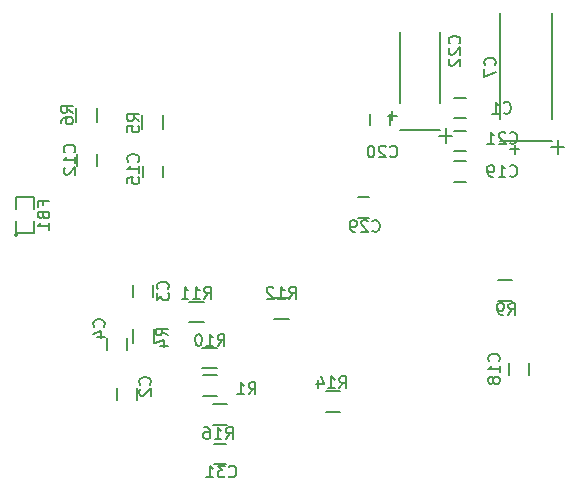
<source format=gbo>
%FSLAX46Y46*%
G04 Gerber Fmt 4.6, Leading zero omitted, Abs format (unit mm)*
G04 Created by KiCad (PCBNEW (2014-10-27 BZR 5228)-product) date 22/05/2015 08:20:29*
%MOMM*%
G01*
G04 APERTURE LIST*
%ADD10C,0.100000*%
%ADD11C,0.150000*%
G04 APERTURE END LIST*
D10*
D11*
X144550000Y-70950000D02*
X144550000Y-69950000D01*
X146250000Y-69950000D02*
X146250000Y-70950000D01*
X147650000Y-61200000D02*
X147650000Y-62200000D01*
X145950000Y-62200000D02*
X145950000Y-61200000D01*
X142850000Y-50100000D02*
X142850000Y-51100000D01*
X141150000Y-51100000D02*
X141150000Y-50100000D01*
X146750000Y-52100000D02*
X146750000Y-51100000D01*
X148450000Y-51100000D02*
X148450000Y-52100000D01*
X173100000Y-50750000D02*
X174100000Y-50750000D01*
X174100000Y-52450000D02*
X173100000Y-52450000D01*
X167700000Y-46700000D02*
X167700000Y-47700000D01*
X166000000Y-47700000D02*
X166000000Y-46700000D01*
X173100000Y-48150000D02*
X174100000Y-48150000D01*
X174100000Y-49850000D02*
X173100000Y-49850000D01*
X164950000Y-53800000D02*
X165950000Y-53800000D01*
X165950000Y-55500000D02*
X164950000Y-55500000D01*
X136165000Y-56951000D02*
G75*
G03X136165000Y-56951000I-127000J0D01*
G01*
X136038000Y-55808000D02*
X136038000Y-56824000D01*
X136038000Y-56824000D02*
X137562000Y-56824000D01*
X137562000Y-56824000D02*
X137562000Y-55808000D01*
X137562000Y-54792000D02*
X137562000Y-53776000D01*
X137562000Y-53776000D02*
X136038000Y-53776000D01*
X136038000Y-53776000D02*
X136038000Y-54792000D01*
X147675000Y-66100000D02*
X147675000Y-64900000D01*
X145925000Y-64900000D02*
X145925000Y-66100000D01*
X148475000Y-48000000D02*
X148475000Y-46800000D01*
X146725000Y-46800000D02*
X146725000Y-48000000D01*
X142875000Y-47400000D02*
X142875000Y-46200000D01*
X141125000Y-46200000D02*
X141125000Y-47400000D01*
X151800000Y-68275000D02*
X153000000Y-68275000D01*
X153000000Y-66525000D02*
X151800000Y-66525000D01*
X150700000Y-64375000D02*
X151900000Y-64375000D01*
X151900000Y-62625000D02*
X150700000Y-62625000D01*
X157900000Y-64075000D02*
X159100000Y-64075000D01*
X159100000Y-62325000D02*
X157900000Y-62325000D01*
X152800000Y-74700000D02*
X153800000Y-74700000D01*
X153800000Y-76400000D02*
X152800000Y-76400000D01*
X151850000Y-70575000D02*
X153050000Y-70575000D01*
X153050000Y-68825000D02*
X151850000Y-68825000D01*
X181399640Y-49053340D02*
X177000360Y-49053340D01*
X177000360Y-47150880D02*
X177000360Y-38149120D01*
X181399640Y-38149120D02*
X181399640Y-47150880D01*
X182402940Y-49508000D02*
X181303120Y-49508000D01*
X181902560Y-50107440D02*
X181902560Y-48908560D01*
X171899260Y-48050180D02*
X168500740Y-48050180D01*
X168500740Y-39800260D02*
X168500740Y-45799740D01*
X171899260Y-39800260D02*
X171899260Y-45799740D01*
X172902560Y-48553100D02*
X171802740Y-48553100D01*
X172402180Y-49152540D02*
X172402180Y-47953660D01*
X176850000Y-62575000D02*
X178050000Y-62575000D01*
X178050000Y-60825000D02*
X176850000Y-60825000D01*
X173100000Y-45400000D02*
X174100000Y-45400000D01*
X174100000Y-47100000D02*
X173100000Y-47100000D01*
X162250000Y-71975000D02*
X163450000Y-71975000D01*
X163450000Y-70225000D02*
X162250000Y-70225000D01*
X153900000Y-71325000D02*
X152700000Y-71325000D01*
X152700000Y-73075000D02*
X153900000Y-73075000D01*
X177800000Y-68800000D02*
X177800000Y-67800000D01*
X179500000Y-67800000D02*
X179500000Y-68800000D01*
X145450000Y-65700000D02*
X145450000Y-66700000D01*
X143750000Y-66700000D02*
X143750000Y-65700000D01*
X147357143Y-69633334D02*
X147404762Y-69585715D01*
X147452381Y-69442858D01*
X147452381Y-69347620D01*
X147404762Y-69204762D01*
X147309524Y-69109524D01*
X147214286Y-69061905D01*
X147023810Y-69014286D01*
X146880952Y-69014286D01*
X146690476Y-69061905D01*
X146595238Y-69109524D01*
X146500000Y-69204762D01*
X146452381Y-69347620D01*
X146452381Y-69442858D01*
X146500000Y-69585715D01*
X146547619Y-69633334D01*
X146547619Y-70014286D02*
X146500000Y-70061905D01*
X146452381Y-70157143D01*
X146452381Y-70395239D01*
X146500000Y-70490477D01*
X146547619Y-70538096D01*
X146642857Y-70585715D01*
X146738095Y-70585715D01*
X146880952Y-70538096D01*
X147452381Y-69966667D01*
X147452381Y-70585715D01*
X148857143Y-61533334D02*
X148904762Y-61485715D01*
X148952381Y-61342858D01*
X148952381Y-61247620D01*
X148904762Y-61104762D01*
X148809524Y-61009524D01*
X148714286Y-60961905D01*
X148523810Y-60914286D01*
X148380952Y-60914286D01*
X148190476Y-60961905D01*
X148095238Y-61009524D01*
X148000000Y-61104762D01*
X147952381Y-61247620D01*
X147952381Y-61342858D01*
X148000000Y-61485715D01*
X148047619Y-61533334D01*
X147952381Y-61866667D02*
X147952381Y-62485715D01*
X148333333Y-62152381D01*
X148333333Y-62295239D01*
X148380952Y-62390477D01*
X148428571Y-62438096D01*
X148523810Y-62485715D01*
X148761905Y-62485715D01*
X148857143Y-62438096D01*
X148904762Y-62390477D01*
X148952381Y-62295239D01*
X148952381Y-62009524D01*
X148904762Y-61914286D01*
X148857143Y-61866667D01*
X140957143Y-49957143D02*
X141004762Y-49909524D01*
X141052381Y-49766667D01*
X141052381Y-49671429D01*
X141004762Y-49528571D01*
X140909524Y-49433333D01*
X140814286Y-49385714D01*
X140623810Y-49338095D01*
X140480952Y-49338095D01*
X140290476Y-49385714D01*
X140195238Y-49433333D01*
X140100000Y-49528571D01*
X140052381Y-49671429D01*
X140052381Y-49766667D01*
X140100000Y-49909524D01*
X140147619Y-49957143D01*
X141052381Y-50909524D02*
X141052381Y-50338095D01*
X141052381Y-50623809D02*
X140052381Y-50623809D01*
X140195238Y-50528571D01*
X140290476Y-50433333D01*
X140338095Y-50338095D01*
X140147619Y-51290476D02*
X140100000Y-51338095D01*
X140052381Y-51433333D01*
X140052381Y-51671429D01*
X140100000Y-51766667D01*
X140147619Y-51814286D01*
X140242857Y-51861905D01*
X140338095Y-51861905D01*
X140480952Y-51814286D01*
X141052381Y-51242857D01*
X141052381Y-51861905D01*
X146357143Y-50757143D02*
X146404762Y-50709524D01*
X146452381Y-50566667D01*
X146452381Y-50471429D01*
X146404762Y-50328571D01*
X146309524Y-50233333D01*
X146214286Y-50185714D01*
X146023810Y-50138095D01*
X145880952Y-50138095D01*
X145690476Y-50185714D01*
X145595238Y-50233333D01*
X145500000Y-50328571D01*
X145452381Y-50471429D01*
X145452381Y-50566667D01*
X145500000Y-50709524D01*
X145547619Y-50757143D01*
X146452381Y-51709524D02*
X146452381Y-51138095D01*
X146452381Y-51423809D02*
X145452381Y-51423809D01*
X145595238Y-51328571D01*
X145690476Y-51233333D01*
X145738095Y-51138095D01*
X145452381Y-52614286D02*
X145452381Y-52138095D01*
X145928571Y-52090476D01*
X145880952Y-52138095D01*
X145833333Y-52233333D01*
X145833333Y-52471429D01*
X145880952Y-52566667D01*
X145928571Y-52614286D01*
X146023810Y-52661905D01*
X146261905Y-52661905D01*
X146357143Y-52614286D01*
X146404762Y-52566667D01*
X146452381Y-52471429D01*
X146452381Y-52233333D01*
X146404762Y-52138095D01*
X146357143Y-52090476D01*
X177842857Y-51957143D02*
X177890476Y-52004762D01*
X178033333Y-52052381D01*
X178128571Y-52052381D01*
X178271429Y-52004762D01*
X178366667Y-51909524D01*
X178414286Y-51814286D01*
X178461905Y-51623810D01*
X178461905Y-51480952D01*
X178414286Y-51290476D01*
X178366667Y-51195238D01*
X178271429Y-51100000D01*
X178128571Y-51052381D01*
X178033333Y-51052381D01*
X177890476Y-51100000D01*
X177842857Y-51147619D01*
X176890476Y-52052381D02*
X177461905Y-52052381D01*
X177176191Y-52052381D02*
X177176191Y-51052381D01*
X177271429Y-51195238D01*
X177366667Y-51290476D01*
X177461905Y-51338095D01*
X176414286Y-52052381D02*
X176223810Y-52052381D01*
X176128571Y-52004762D01*
X176080952Y-51957143D01*
X175985714Y-51814286D01*
X175938095Y-51623810D01*
X175938095Y-51242857D01*
X175985714Y-51147619D01*
X176033333Y-51100000D01*
X176128571Y-51052381D01*
X176319048Y-51052381D01*
X176414286Y-51100000D01*
X176461905Y-51147619D01*
X176509524Y-51242857D01*
X176509524Y-51480952D01*
X176461905Y-51576190D01*
X176414286Y-51623810D01*
X176319048Y-51671429D01*
X176128571Y-51671429D01*
X176033333Y-51623810D01*
X175985714Y-51576190D01*
X175938095Y-51480952D01*
X167692857Y-50307143D02*
X167740476Y-50354762D01*
X167883333Y-50402381D01*
X167978571Y-50402381D01*
X168121429Y-50354762D01*
X168216667Y-50259524D01*
X168264286Y-50164286D01*
X168311905Y-49973810D01*
X168311905Y-49830952D01*
X168264286Y-49640476D01*
X168216667Y-49545238D01*
X168121429Y-49450000D01*
X167978571Y-49402381D01*
X167883333Y-49402381D01*
X167740476Y-49450000D01*
X167692857Y-49497619D01*
X167311905Y-49497619D02*
X167264286Y-49450000D01*
X167169048Y-49402381D01*
X166930952Y-49402381D01*
X166835714Y-49450000D01*
X166788095Y-49497619D01*
X166740476Y-49592857D01*
X166740476Y-49688095D01*
X166788095Y-49830952D01*
X167359524Y-50402381D01*
X166740476Y-50402381D01*
X166121429Y-49402381D02*
X166026190Y-49402381D01*
X165930952Y-49450000D01*
X165883333Y-49497619D01*
X165835714Y-49592857D01*
X165788095Y-49783333D01*
X165788095Y-50021429D01*
X165835714Y-50211905D01*
X165883333Y-50307143D01*
X165930952Y-50354762D01*
X166026190Y-50402381D01*
X166121429Y-50402381D01*
X166216667Y-50354762D01*
X166264286Y-50307143D01*
X166311905Y-50211905D01*
X166359524Y-50021429D01*
X166359524Y-49783333D01*
X166311905Y-49592857D01*
X166264286Y-49497619D01*
X166216667Y-49450000D01*
X166121429Y-49402381D01*
X177842857Y-49157143D02*
X177890476Y-49204762D01*
X178033333Y-49252381D01*
X178128571Y-49252381D01*
X178271429Y-49204762D01*
X178366667Y-49109524D01*
X178414286Y-49014286D01*
X178461905Y-48823810D01*
X178461905Y-48680952D01*
X178414286Y-48490476D01*
X178366667Y-48395238D01*
X178271429Y-48300000D01*
X178128571Y-48252381D01*
X178033333Y-48252381D01*
X177890476Y-48300000D01*
X177842857Y-48347619D01*
X177461905Y-48347619D02*
X177414286Y-48300000D01*
X177319048Y-48252381D01*
X177080952Y-48252381D01*
X176985714Y-48300000D01*
X176938095Y-48347619D01*
X176890476Y-48442857D01*
X176890476Y-48538095D01*
X176938095Y-48680952D01*
X177509524Y-49252381D01*
X176890476Y-49252381D01*
X175938095Y-49252381D02*
X176509524Y-49252381D01*
X176223810Y-49252381D02*
X176223810Y-48252381D01*
X176319048Y-48395238D01*
X176414286Y-48490476D01*
X176509524Y-48538095D01*
X166192857Y-56607143D02*
X166240476Y-56654762D01*
X166383333Y-56702381D01*
X166478571Y-56702381D01*
X166621429Y-56654762D01*
X166716667Y-56559524D01*
X166764286Y-56464286D01*
X166811905Y-56273810D01*
X166811905Y-56130952D01*
X166764286Y-55940476D01*
X166716667Y-55845238D01*
X166621429Y-55750000D01*
X166478571Y-55702381D01*
X166383333Y-55702381D01*
X166240476Y-55750000D01*
X166192857Y-55797619D01*
X165811905Y-55797619D02*
X165764286Y-55750000D01*
X165669048Y-55702381D01*
X165430952Y-55702381D01*
X165335714Y-55750000D01*
X165288095Y-55797619D01*
X165240476Y-55892857D01*
X165240476Y-55988095D01*
X165288095Y-56130952D01*
X165859524Y-56702381D01*
X165240476Y-56702381D01*
X164764286Y-56702381D02*
X164573810Y-56702381D01*
X164478571Y-56654762D01*
X164430952Y-56607143D01*
X164335714Y-56464286D01*
X164288095Y-56273810D01*
X164288095Y-55892857D01*
X164335714Y-55797619D01*
X164383333Y-55750000D01*
X164478571Y-55702381D01*
X164669048Y-55702381D01*
X164764286Y-55750000D01*
X164811905Y-55797619D01*
X164859524Y-55892857D01*
X164859524Y-56130952D01*
X164811905Y-56226190D01*
X164764286Y-56273810D01*
X164669048Y-56321429D01*
X164478571Y-56321429D01*
X164383333Y-56273810D01*
X164335714Y-56226190D01*
X164288095Y-56130952D01*
X138328571Y-54466667D02*
X138328571Y-54133333D01*
X138852381Y-54133333D02*
X137852381Y-54133333D01*
X137852381Y-54609524D01*
X138328571Y-55323810D02*
X138376190Y-55466667D01*
X138423810Y-55514286D01*
X138519048Y-55561905D01*
X138661905Y-55561905D01*
X138757143Y-55514286D01*
X138804762Y-55466667D01*
X138852381Y-55371429D01*
X138852381Y-54990476D01*
X137852381Y-54990476D01*
X137852381Y-55323810D01*
X137900000Y-55419048D01*
X137947619Y-55466667D01*
X138042857Y-55514286D01*
X138138095Y-55514286D01*
X138233333Y-55466667D01*
X138280952Y-55419048D01*
X138328571Y-55323810D01*
X138328571Y-54990476D01*
X138852381Y-56514286D02*
X138852381Y-55942857D01*
X138852381Y-56228571D02*
X137852381Y-56228571D01*
X137995238Y-56133333D01*
X138090476Y-56038095D01*
X138138095Y-55942857D01*
X148852381Y-65483334D02*
X148376190Y-65150000D01*
X148852381Y-64911905D02*
X147852381Y-64911905D01*
X147852381Y-65292858D01*
X147900000Y-65388096D01*
X147947619Y-65435715D01*
X148042857Y-65483334D01*
X148185714Y-65483334D01*
X148280952Y-65435715D01*
X148328571Y-65388096D01*
X148376190Y-65292858D01*
X148376190Y-64911905D01*
X148185714Y-66340477D02*
X148852381Y-66340477D01*
X147804762Y-66102381D02*
X148519048Y-65864286D01*
X148519048Y-66483334D01*
X146452381Y-47333334D02*
X145976190Y-47000000D01*
X146452381Y-46761905D02*
X145452381Y-46761905D01*
X145452381Y-47142858D01*
X145500000Y-47238096D01*
X145547619Y-47285715D01*
X145642857Y-47333334D01*
X145785714Y-47333334D01*
X145880952Y-47285715D01*
X145928571Y-47238096D01*
X145976190Y-47142858D01*
X145976190Y-46761905D01*
X145452381Y-48238096D02*
X145452381Y-47761905D01*
X145928571Y-47714286D01*
X145880952Y-47761905D01*
X145833333Y-47857143D01*
X145833333Y-48095239D01*
X145880952Y-48190477D01*
X145928571Y-48238096D01*
X146023810Y-48285715D01*
X146261905Y-48285715D01*
X146357143Y-48238096D01*
X146404762Y-48190477D01*
X146452381Y-48095239D01*
X146452381Y-47857143D01*
X146404762Y-47761905D01*
X146357143Y-47714286D01*
X140852381Y-46633334D02*
X140376190Y-46300000D01*
X140852381Y-46061905D02*
X139852381Y-46061905D01*
X139852381Y-46442858D01*
X139900000Y-46538096D01*
X139947619Y-46585715D01*
X140042857Y-46633334D01*
X140185714Y-46633334D01*
X140280952Y-46585715D01*
X140328571Y-46538096D01*
X140376190Y-46442858D01*
X140376190Y-46061905D01*
X139852381Y-47490477D02*
X139852381Y-47300000D01*
X139900000Y-47204762D01*
X139947619Y-47157143D01*
X140090476Y-47061905D01*
X140280952Y-47014286D01*
X140661905Y-47014286D01*
X140757143Y-47061905D01*
X140804762Y-47109524D01*
X140852381Y-47204762D01*
X140852381Y-47395239D01*
X140804762Y-47490477D01*
X140757143Y-47538096D01*
X140661905Y-47585715D01*
X140423810Y-47585715D01*
X140328571Y-47538096D01*
X140280952Y-47490477D01*
X140233333Y-47395239D01*
X140233333Y-47204762D01*
X140280952Y-47109524D01*
X140328571Y-47061905D01*
X140423810Y-47014286D01*
X153092857Y-66352381D02*
X153426191Y-65876190D01*
X153664286Y-66352381D02*
X153664286Y-65352381D01*
X153283333Y-65352381D01*
X153188095Y-65400000D01*
X153140476Y-65447619D01*
X153092857Y-65542857D01*
X153092857Y-65685714D01*
X153140476Y-65780952D01*
X153188095Y-65828571D01*
X153283333Y-65876190D01*
X153664286Y-65876190D01*
X152140476Y-66352381D02*
X152711905Y-66352381D01*
X152426191Y-66352381D02*
X152426191Y-65352381D01*
X152521429Y-65495238D01*
X152616667Y-65590476D01*
X152711905Y-65638095D01*
X151521429Y-65352381D02*
X151426190Y-65352381D01*
X151330952Y-65400000D01*
X151283333Y-65447619D01*
X151235714Y-65542857D01*
X151188095Y-65733333D01*
X151188095Y-65971429D01*
X151235714Y-66161905D01*
X151283333Y-66257143D01*
X151330952Y-66304762D01*
X151426190Y-66352381D01*
X151521429Y-66352381D01*
X151616667Y-66304762D01*
X151664286Y-66257143D01*
X151711905Y-66161905D01*
X151759524Y-65971429D01*
X151759524Y-65733333D01*
X151711905Y-65542857D01*
X151664286Y-65447619D01*
X151616667Y-65400000D01*
X151521429Y-65352381D01*
X151942857Y-62352381D02*
X152276191Y-61876190D01*
X152514286Y-62352381D02*
X152514286Y-61352381D01*
X152133333Y-61352381D01*
X152038095Y-61400000D01*
X151990476Y-61447619D01*
X151942857Y-61542857D01*
X151942857Y-61685714D01*
X151990476Y-61780952D01*
X152038095Y-61828571D01*
X152133333Y-61876190D01*
X152514286Y-61876190D01*
X150990476Y-62352381D02*
X151561905Y-62352381D01*
X151276191Y-62352381D02*
X151276191Y-61352381D01*
X151371429Y-61495238D01*
X151466667Y-61590476D01*
X151561905Y-61638095D01*
X150038095Y-62352381D02*
X150609524Y-62352381D01*
X150323810Y-62352381D02*
X150323810Y-61352381D01*
X150419048Y-61495238D01*
X150514286Y-61590476D01*
X150609524Y-61638095D01*
X159142857Y-62352381D02*
X159476191Y-61876190D01*
X159714286Y-62352381D02*
X159714286Y-61352381D01*
X159333333Y-61352381D01*
X159238095Y-61400000D01*
X159190476Y-61447619D01*
X159142857Y-61542857D01*
X159142857Y-61685714D01*
X159190476Y-61780952D01*
X159238095Y-61828571D01*
X159333333Y-61876190D01*
X159714286Y-61876190D01*
X158190476Y-62352381D02*
X158761905Y-62352381D01*
X158476191Y-62352381D02*
X158476191Y-61352381D01*
X158571429Y-61495238D01*
X158666667Y-61590476D01*
X158761905Y-61638095D01*
X157809524Y-61447619D02*
X157761905Y-61400000D01*
X157666667Y-61352381D01*
X157428571Y-61352381D01*
X157333333Y-61400000D01*
X157285714Y-61447619D01*
X157238095Y-61542857D01*
X157238095Y-61638095D01*
X157285714Y-61780952D01*
X157857143Y-62352381D01*
X157238095Y-62352381D01*
X154042857Y-77407143D02*
X154090476Y-77454762D01*
X154233333Y-77502381D01*
X154328571Y-77502381D01*
X154471429Y-77454762D01*
X154566667Y-77359524D01*
X154614286Y-77264286D01*
X154661905Y-77073810D01*
X154661905Y-76930952D01*
X154614286Y-76740476D01*
X154566667Y-76645238D01*
X154471429Y-76550000D01*
X154328571Y-76502381D01*
X154233333Y-76502381D01*
X154090476Y-76550000D01*
X154042857Y-76597619D01*
X153709524Y-76502381D02*
X153090476Y-76502381D01*
X153423810Y-76883333D01*
X153280952Y-76883333D01*
X153185714Y-76930952D01*
X153138095Y-76978571D01*
X153090476Y-77073810D01*
X153090476Y-77311905D01*
X153138095Y-77407143D01*
X153185714Y-77454762D01*
X153280952Y-77502381D01*
X153566667Y-77502381D01*
X153661905Y-77454762D01*
X153709524Y-77407143D01*
X152138095Y-77502381D02*
X152709524Y-77502381D01*
X152423810Y-77502381D02*
X152423810Y-76502381D01*
X152519048Y-76645238D01*
X152614286Y-76740476D01*
X152709524Y-76788095D01*
X155716666Y-70452381D02*
X156050000Y-69976190D01*
X156288095Y-70452381D02*
X156288095Y-69452381D01*
X155907142Y-69452381D01*
X155811904Y-69500000D01*
X155764285Y-69547619D01*
X155716666Y-69642857D01*
X155716666Y-69785714D01*
X155764285Y-69880952D01*
X155811904Y-69928571D01*
X155907142Y-69976190D01*
X156288095Y-69976190D01*
X154764285Y-70452381D02*
X155335714Y-70452381D01*
X155050000Y-70452381D02*
X155050000Y-69452381D01*
X155145238Y-69595238D01*
X155240476Y-69690476D01*
X155335714Y-69738095D01*
X176557143Y-42583334D02*
X176604762Y-42535715D01*
X176652381Y-42392858D01*
X176652381Y-42297620D01*
X176604762Y-42154762D01*
X176509524Y-42059524D01*
X176414286Y-42011905D01*
X176223810Y-41964286D01*
X176080952Y-41964286D01*
X175890476Y-42011905D01*
X175795238Y-42059524D01*
X175700000Y-42154762D01*
X175652381Y-42297620D01*
X175652381Y-42392858D01*
X175700000Y-42535715D01*
X175747619Y-42583334D01*
X175652381Y-42916667D02*
X175652381Y-43583334D01*
X176652381Y-43154762D01*
X178271429Y-49319048D02*
X178271429Y-50080953D01*
X178652381Y-49700001D02*
X177890476Y-49700001D01*
X173557143Y-40757143D02*
X173604762Y-40709524D01*
X173652381Y-40566667D01*
X173652381Y-40471429D01*
X173604762Y-40328571D01*
X173509524Y-40233333D01*
X173414286Y-40185714D01*
X173223810Y-40138095D01*
X173080952Y-40138095D01*
X172890476Y-40185714D01*
X172795238Y-40233333D01*
X172700000Y-40328571D01*
X172652381Y-40471429D01*
X172652381Y-40566667D01*
X172700000Y-40709524D01*
X172747619Y-40757143D01*
X172747619Y-41138095D02*
X172700000Y-41185714D01*
X172652381Y-41280952D01*
X172652381Y-41519048D01*
X172700000Y-41614286D01*
X172747619Y-41661905D01*
X172842857Y-41709524D01*
X172938095Y-41709524D01*
X173080952Y-41661905D01*
X173652381Y-41090476D01*
X173652381Y-41709524D01*
X172747619Y-42090476D02*
X172700000Y-42138095D01*
X172652381Y-42233333D01*
X172652381Y-42471429D01*
X172700000Y-42566667D01*
X172747619Y-42614286D01*
X172842857Y-42661905D01*
X172938095Y-42661905D01*
X173080952Y-42614286D01*
X173652381Y-42042857D01*
X173652381Y-42661905D01*
X167871429Y-46519048D02*
X167871429Y-47280953D01*
X168252381Y-46900001D02*
X167490476Y-46900001D01*
X177716666Y-63752381D02*
X178050000Y-63276190D01*
X178288095Y-63752381D02*
X178288095Y-62752381D01*
X177907142Y-62752381D01*
X177811904Y-62800000D01*
X177764285Y-62847619D01*
X177716666Y-62942857D01*
X177716666Y-63085714D01*
X177764285Y-63180952D01*
X177811904Y-63228571D01*
X177907142Y-63276190D01*
X178288095Y-63276190D01*
X177240476Y-63752381D02*
X177050000Y-63752381D01*
X176954761Y-63704762D01*
X176907142Y-63657143D01*
X176811904Y-63514286D01*
X176764285Y-63323810D01*
X176764285Y-62942857D01*
X176811904Y-62847619D01*
X176859523Y-62800000D01*
X176954761Y-62752381D01*
X177145238Y-62752381D01*
X177240476Y-62800000D01*
X177288095Y-62847619D01*
X177335714Y-62942857D01*
X177335714Y-63180952D01*
X177288095Y-63276190D01*
X177240476Y-63323810D01*
X177145238Y-63371429D01*
X176954761Y-63371429D01*
X176859523Y-63323810D01*
X176811904Y-63276190D01*
X176764285Y-63180952D01*
X177316666Y-46607143D02*
X177364285Y-46654762D01*
X177507142Y-46702381D01*
X177602380Y-46702381D01*
X177745238Y-46654762D01*
X177840476Y-46559524D01*
X177888095Y-46464286D01*
X177935714Y-46273810D01*
X177935714Y-46130952D01*
X177888095Y-45940476D01*
X177840476Y-45845238D01*
X177745238Y-45750000D01*
X177602380Y-45702381D01*
X177507142Y-45702381D01*
X177364285Y-45750000D01*
X177316666Y-45797619D01*
X176364285Y-46702381D02*
X176935714Y-46702381D01*
X176650000Y-46702381D02*
X176650000Y-45702381D01*
X176745238Y-45845238D01*
X176840476Y-45940476D01*
X176935714Y-45988095D01*
X163392857Y-69952381D02*
X163726191Y-69476190D01*
X163964286Y-69952381D02*
X163964286Y-68952381D01*
X163583333Y-68952381D01*
X163488095Y-69000000D01*
X163440476Y-69047619D01*
X163392857Y-69142857D01*
X163392857Y-69285714D01*
X163440476Y-69380952D01*
X163488095Y-69428571D01*
X163583333Y-69476190D01*
X163964286Y-69476190D01*
X162440476Y-69952381D02*
X163011905Y-69952381D01*
X162726191Y-69952381D02*
X162726191Y-68952381D01*
X162821429Y-69095238D01*
X162916667Y-69190476D01*
X163011905Y-69238095D01*
X161583333Y-69285714D02*
X161583333Y-69952381D01*
X161821429Y-68904762D02*
X162059524Y-69619048D01*
X161440476Y-69619048D01*
X153792857Y-74252381D02*
X154126191Y-73776190D01*
X154364286Y-74252381D02*
X154364286Y-73252381D01*
X153983333Y-73252381D01*
X153888095Y-73300000D01*
X153840476Y-73347619D01*
X153792857Y-73442857D01*
X153792857Y-73585714D01*
X153840476Y-73680952D01*
X153888095Y-73728571D01*
X153983333Y-73776190D01*
X154364286Y-73776190D01*
X152840476Y-74252381D02*
X153411905Y-74252381D01*
X153126191Y-74252381D02*
X153126191Y-73252381D01*
X153221429Y-73395238D01*
X153316667Y-73490476D01*
X153411905Y-73538095D01*
X151983333Y-73252381D02*
X152173810Y-73252381D01*
X152269048Y-73300000D01*
X152316667Y-73347619D01*
X152411905Y-73490476D01*
X152459524Y-73680952D01*
X152459524Y-74061905D01*
X152411905Y-74157143D01*
X152364286Y-74204762D01*
X152269048Y-74252381D01*
X152078571Y-74252381D01*
X151983333Y-74204762D01*
X151935714Y-74157143D01*
X151888095Y-74061905D01*
X151888095Y-73823810D01*
X151935714Y-73728571D01*
X151983333Y-73680952D01*
X152078571Y-73633333D01*
X152269048Y-73633333D01*
X152364286Y-73680952D01*
X152411905Y-73728571D01*
X152459524Y-73823810D01*
X176907143Y-67657143D02*
X176954762Y-67609524D01*
X177002381Y-67466667D01*
X177002381Y-67371429D01*
X176954762Y-67228571D01*
X176859524Y-67133333D01*
X176764286Y-67085714D01*
X176573810Y-67038095D01*
X176430952Y-67038095D01*
X176240476Y-67085714D01*
X176145238Y-67133333D01*
X176050000Y-67228571D01*
X176002381Y-67371429D01*
X176002381Y-67466667D01*
X176050000Y-67609524D01*
X176097619Y-67657143D01*
X177002381Y-68609524D02*
X177002381Y-68038095D01*
X177002381Y-68323809D02*
X176002381Y-68323809D01*
X176145238Y-68228571D01*
X176240476Y-68133333D01*
X176288095Y-68038095D01*
X176430952Y-69180952D02*
X176383333Y-69085714D01*
X176335714Y-69038095D01*
X176240476Y-68990476D01*
X176192857Y-68990476D01*
X176097619Y-69038095D01*
X176050000Y-69085714D01*
X176002381Y-69180952D01*
X176002381Y-69371429D01*
X176050000Y-69466667D01*
X176097619Y-69514286D01*
X176192857Y-69561905D01*
X176240476Y-69561905D01*
X176335714Y-69514286D01*
X176383333Y-69466667D01*
X176430952Y-69371429D01*
X176430952Y-69180952D01*
X176478571Y-69085714D01*
X176526190Y-69038095D01*
X176621429Y-68990476D01*
X176811905Y-68990476D01*
X176907143Y-69038095D01*
X176954762Y-69085714D01*
X177002381Y-69180952D01*
X177002381Y-69371429D01*
X176954762Y-69466667D01*
X176907143Y-69514286D01*
X176811905Y-69561905D01*
X176621429Y-69561905D01*
X176526190Y-69514286D01*
X176478571Y-69466667D01*
X176430952Y-69371429D01*
X143457143Y-64733334D02*
X143504762Y-64685715D01*
X143552381Y-64542858D01*
X143552381Y-64447620D01*
X143504762Y-64304762D01*
X143409524Y-64209524D01*
X143314286Y-64161905D01*
X143123810Y-64114286D01*
X142980952Y-64114286D01*
X142790476Y-64161905D01*
X142695238Y-64209524D01*
X142600000Y-64304762D01*
X142552381Y-64447620D01*
X142552381Y-64542858D01*
X142600000Y-64685715D01*
X142647619Y-64733334D01*
X142885714Y-65590477D02*
X143552381Y-65590477D01*
X142504762Y-65352381D02*
X143219048Y-65114286D01*
X143219048Y-65733334D01*
M02*

</source>
